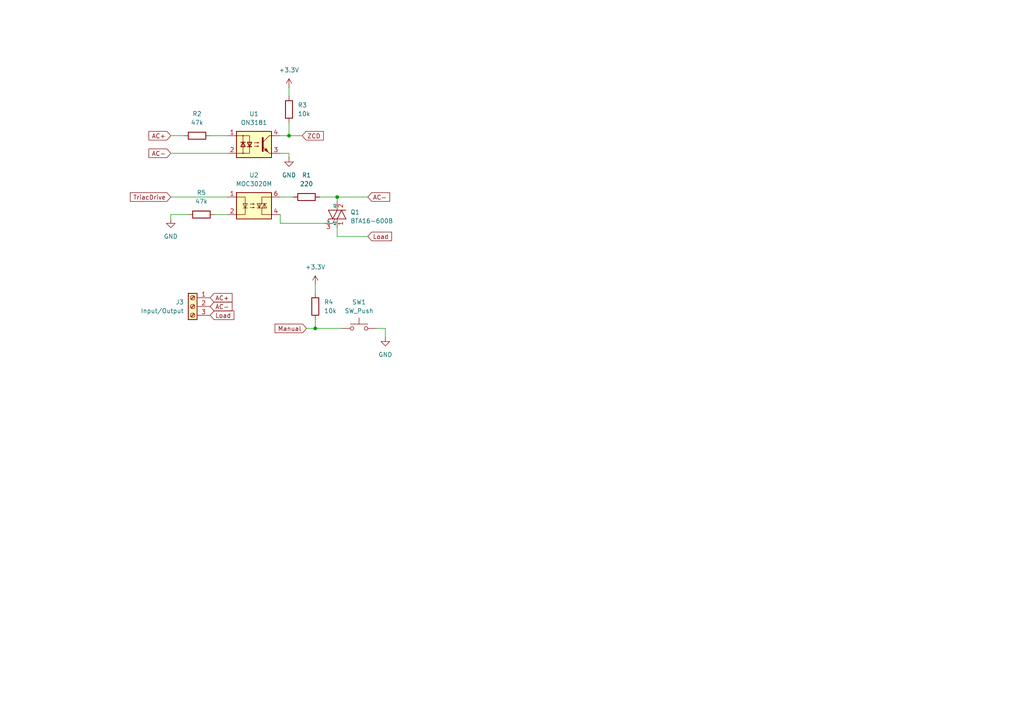
<source format=kicad_sch>
(kicad_sch (version 20250114) (generator "eeschema") (generator_version "9.0")
  (paper "A4")
  (lib_symbols
    (symbol "Connector:Screw_Terminal_01x03" (pin_names (offset 1.016) (hide yes))
      (property "Reference" "J" (at 0 5.08 0))
      (property "Value" "Screw_Terminal_01x03" (at 0 -5.08 0))
      (symbol "Screw_Terminal_01x03_1_1"
        (rectangle (start -1.27 3.81) (end 1.27 -3.81) (stroke (width 0.254)) (fill (type background)))
        (polyline (pts (xy -0.5334 2.8702) (xy 0.3302 2.032)) (stroke (width 0.1524)))
        (polyline (pts (xy -0.5334 0.3302) (xy 0.3302 -0.508)) (stroke (width 0.1524)))
        (polyline (pts (xy -0.5334 -2.2098) (xy 0.3302 -3.048)) (stroke (width 0.1524)))
        (polyline (pts (xy -0.3556 3.048) (xy 0.508 2.2098)) (stroke (width 0.1524)))
        (polyline (pts (xy -0.3556 0.508) (xy 0.508 -0.3302)) (stroke (width 0.1524)))
        (polyline (pts (xy -0.3556 -2.032) (xy 0.508 -2.8702)) (stroke (width 0.1524)))
        (circle (center 0 2.54) (radius 0.635) (stroke (width 0.1524)))
        (circle (center 0 0) (radius 0.635) (stroke (width 0.1524)))
        (circle (center 0 -2.54) (radius 0.635) (stroke (width 0.1524)))
        (pin passive line (at -5.08 2.54 0) (length 3.81) (name "Pin_1") (number "1"))
        (pin passive line (at -5.08 0 0) (length 3.81) (name "Pin_2") (number "2"))
        (pin passive line (at -5.08 -2.54 0) (length 3.81) (name "Pin_3") (number "3"))
      )
    )
    (symbol "Device:R" (pin_numbers (hide yes)) (pin_names (offset 0))
      (property "Reference" "R" (at 2.032 0 90))
      (property "Value" "R" (at 0 0 90))
      (symbol "R_0_1"
        (rectangle (start -1.016 -2.54) (end 1.016 2.54) (stroke (width 0.254)))
      )
      (symbol "R_1_1"
        (pin passive line (at 0 3.81 270) (length 1.27) (name "~") (number "1"))
        (pin passive line (at 0 -3.81 90) (length 1.27) (name "~") (number "2"))
      )
    )
    (symbol "Isolator:ACPL-214-500E" (pin_names (offset 1.016))
      (property "Reference" "U" (at -5.08 5.08 0))
      (property "Value" "ACPL-214-500E" (at 0 5.08 0))
      (symbol "ACPL-214-500E_0_1"
        (rectangle (start -5.08 3.81) (end 5.08 -3.81) (stroke (width 0.254)) (fill (type background)))
        (polyline (pts (xy -5.08 2.54) (xy -1.27 2.54) (xy -1.27 -0.635)))
        (polyline (pts (xy -3.81 0.635) (xy -2.54 0.635)) (stroke (width 0.254)))
        (circle (center -3.175 2.54) (radius 0.127))
        (polyline (pts (xy -3.175 0.635) (xy -3.81 -0.635) (xy -2.54 -0.635) (xy -3.175 0.635)) (stroke (width 0.254)))
        (polyline (pts (xy -3.175 -0.635) (xy -3.175 2.54)))
        (polyline (pts (xy -3.175 -0.635) (xy -3.175 -2.54)))
        (circle (center -3.175 -2.54) (radius 0.127))
        (polyline (pts (xy -1.905 -0.635) (xy -0.635 -0.635)) (stroke (width 0.254)))
        (polyline (pts (xy -1.27 -0.635) (xy -1.27 -2.54) (xy -5.08 -2.54)))
        (polyline (pts (xy -1.27 -0.635) (xy -1.905 0.635) (xy -0.635 0.635) (xy -1.27 -0.635)) (stroke (width 0.254)))
        (polyline (pts (xy 0.127 0.508) (xy 1.397 0.508) (xy 1.016 0.381) (xy 1.016 0.635) (xy 1.397 0.508)))
        (polyline (pts (xy 0.127 -0.508) (xy 1.397 -0.508) (xy 1.016 -0.635) (xy 1.016 -0.381) (xy 1.397 -0.508)))
        (polyline (pts (xy 2.54 1.905) (xy 2.54 -1.905)) (stroke (width 0.508)))
        (polyline (pts (xy 2.54 0.635) (xy 4.445 2.54)))
        (polyline (pts (xy 3.048 -1.651) (xy 3.556 -1.143) (xy 4.064 -2.159) (xy 3.048 -1.651)) (fill (type outline)))
        (polyline (pts (xy 4.445 2.54) (xy 5.08 2.54)))
        (polyline (pts (xy 4.445 -2.54) (xy 2.54 -0.635)) (fill (type outline)))
        (polyline (pts (xy 4.445 -2.54) (xy 5.08 -2.54)))
      )
      (symbol "ACPL-214-500E_1_1"
        (pin passive line (at -7.62 2.54 0) (length 2.54) (name "~") (number "1"))
        (pin passive line (at -7.62 -2.54 0) (length 2.54) (name "~") (number "2"))
        (pin passive line (at 7.62 2.54 180) (length 2.54) (name "~") (number "4"))
        (pin passive line (at 7.62 -2.54 180) (length 2.54) (name "~") (number "3"))
      )
    )
    (symbol "Relay_SolidState:MOC3020M"
      (property "Reference" "U" (at -5.334 4.826 0))
      (property "Value" "MOC3020M" (at 0 5.08 0))
      (symbol "MOC3020M_0_1"
        (rectangle (start -5.08 3.81) (end 5.08 -3.81) (stroke (width 0.254)) (fill (type background)))
        (polyline (pts (xy -5.08 2.54) (xy -2.54 2.54) (xy -2.54 -2.54) (xy -5.08 -2.54)))
        (polyline (pts (xy -3.175 -0.635) (xy -1.905 -0.635)))
        (polyline (pts (xy -2.54 -0.635) (xy -3.175 0.635) (xy -1.905 0.635) (xy -2.54 -0.635)))
        (polyline (pts (xy -1.143 0.508) (xy 0.127 0.508) (xy -0.254 0.381) (xy -0.254 0.635) (xy 0.127 0.508)))
        (polyline (pts (xy -1.143 -0.508) (xy 0.127 -0.508) (xy -0.254 -0.635) (xy -0.254 -0.381) (xy 0.127 -0.508)))
        (polyline (pts (xy 0.889 -0.635) (xy 3.683 -0.635) (xy 3.048 0.635) (xy 2.413 -0.635)))
        (polyline (pts (xy 1.524 -0.635) (xy 1.524 0.635)))
        (polyline (pts (xy 2.286 0.635) (xy 2.286 2.54) (xy 5.08 2.54)))
        (polyline (pts (xy 2.286 -0.635) (xy 2.286 -2.54) (xy 5.08 -2.54)))
        (polyline (pts (xy 3.048 0.635) (xy 3.048 -0.635)))
        (polyline (pts (xy 3.683 0.635) (xy 0.889 0.635) (xy 1.524 -0.635) (xy 2.159 0.635)))
      )
      (symbol "MOC3020M_1_1"
        (pin passive line (at -7.62 2.54 0) (length 2.54) (name "~") (number "1"))
        (pin passive line (at -7.62 -2.54 0) (length 2.54) (name "~") (number "2"))
        (pin no_connect line (at -5.08 0 0) (length 2.54) (hide yes) (name "NC") (number "3"))
        (pin no_connect line (at 5.08 0 180) (length 2.54) (hide yes) (name "NC") (number "5"))
        (pin passive line (at 7.62 2.54 180) (length 2.54) (name "~") (number "6"))
        (pin passive line (at 7.62 -2.54 180) (length 2.54) (name "~") (number "4"))
      )
    )
    (symbol "Switch:SW_Push" (pin_numbers (hide yes)) (pin_names (offset 1.016) (hide yes))
      (property "Reference" "SW" (at 1.27 2.54 0))
      (property "Value" "SW_Push" (at 0 -1.524 0))
      (symbol "SW_Push_0_1"
        (circle (center -2.032 0) (radius 0.508))
        (polyline (pts (xy 0 1.27) (xy 0 3.048)))
        (circle (center 2.032 0) (radius 0.508))
        (polyline (pts (xy 2.54 1.27) (xy -2.54 1.27)))
        (pin passive line (at -5.08 0 0) (length 2.54) (name "1") (number "1"))
        (pin passive line (at 5.08 0 180) (length 2.54) (name "2") (number "2"))
      )
    )
    (symbol "Triac_Thyristor:BTA16-600B" (pin_names (offset 0))
      (property "Reference" "Q" (at 5.08 1.905 0))
      (property "Value" "BTA16-600B" (at 5.08 0 0))
      (symbol "BTA16-600B_0_1"
        (polyline (pts (xy -2.54 1.27) (xy 2.54 1.27)) (stroke (width 0.2032)))
        (polyline (pts (xy -2.54 1.27) (xy -1.27 -1.27) (xy 0 1.27)) (stroke (width 0.2032)))
        (polyline (pts (xy -2.54 -1.27) (xy 2.54 -1.27)) (stroke (width 0.2032)))
        (polyline (pts (xy -1.27 -2.54) (xy -0.635 -1.27)))
        (polyline (pts (xy 0 -1.27) (xy 1.27 1.27) (xy 2.54 -1.27)) (stroke (width 0.2032)))
      )
      (symbol "BTA16-600B_1_1"
        (pin input line (at -3.81 -2.54 0) (length 2.54) (name "G") (number "3"))
        (pin passive line (at 0 3.81 270) (length 2.54) (name "A2") (number "2"))
        (pin passive line (at 0 -3.81 90) (length 2.54) (name "A1") (number "1"))
      )
    )
    (symbol "power:+3.3V" (power) (pin_numbers (hide yes)) (pin_names (offset 0) (hide yes))
      (property "Value" "+3.3V" (at 0 3.556 0))
      (symbol "+3.3V_0_1"
        (polyline (pts (xy -0.762 1.27) (xy 0 2.54)))
        (polyline (pts (xy 0 2.54) (xy 0.762 1.27)))
        (polyline (pts (xy 0 0) (xy 0 2.54)))
      )
      (symbol "+3.3V_1_1"
        (pin power_in line (at 0 0 90) (length 0) (name "~") (number "1"))
      )
    )
    (symbol "power:GND" (power) (pin_numbers (hide yes)) (pin_names (offset 0) (hide yes))
      (property "Value" "GND" (at 0 -3.81 0))
      (symbol "GND_0_1"
        (polyline (pts (xy 0 0) (xy 0 -1.27) (xy 1.27 -1.27) (xy 0 -2.54) (xy -1.27 -1.27) (xy 0 -1.27)))
      )
      (symbol "GND_1_1"
        (pin power_in line (at 0 0 270) (length 0) (name "~") (number "1"))
      )
    )
  )
  (junction (at 91.44 95.25))
  (junction (at 83.82 39.37))
  (junction (at 97.79 57.15))
  (wire (pts (xy 49.53 62.23) (xy 54.61 62.23)))
  (wire (pts (xy 83.82 39.37) (xy 87.63 39.37)))
  (wire (pts (xy 81.28 57.15) (xy 85.09 57.15)))
  (wire (pts (xy 92.71 57.15) (xy 97.79 57.15)))
  (wire (pts (xy 106.68 68.58) (xy 97.79 68.58)))
  (wire (pts (xy 109.22 95.25) (xy 111.76 95.25)))
  (wire (pts (xy 97.79 68.58) (xy 97.79 66.04)))
  (wire (pts (xy 81.28 64.77) (xy 81.28 62.23)))
  (wire (pts (xy 62.23 62.23) (xy 66.04 62.23)))
  (wire (pts (xy 81.28 64.77) (xy 93.98 64.77)))
  (wire (pts (xy 91.44 82.55) (xy 91.44 85.09)))
  (wire (pts (xy 49.53 62.23) (xy 49.53 63.5)))
  (wire (pts (xy 97.79 57.15) (xy 97.79 58.42)))
  (wire (pts (xy 83.82 25.4) (xy 83.82 27.94)))
  (wire (pts (xy 83.82 39.37) (xy 81.28 39.37)))
  (wire (pts (xy 111.76 95.25) (xy 111.76 97.79)))
  (wire (pts (xy 81.28 44.45) (xy 83.82 44.45)))
  (wire (pts (xy 49.53 39.37) (xy 53.34 39.37)))
  (wire (pts (xy 83.82 44.45) (xy 83.82 45.72)))
  (wire (pts (xy 83.82 35.56) (xy 83.82 39.37)))
  (wire (pts (xy 91.44 95.25) (xy 99.06 95.25)))
  (wire (pts (xy 49.53 57.15) (xy 66.04 57.15)))
  (wire (pts (xy 60.96 39.37) (xy 66.04 39.37)))
  (wire (pts (xy 91.44 92.71) (xy 91.44 95.25)))
  (wire (pts (xy 97.79 57.15) (xy 106.68 57.15)))
  (wire (pts (xy 49.53 44.45) (xy 66.04 44.45)))
  (wire (pts (xy 88.9 95.25) (xy 91.44 95.25)))
  (global_label "AC+" (shape input) (at 49.53 39.37 180) (property "Intersheetrefs" "${INTERSHEET_REFS}" (effects (hide yes))))
  (global_label "AC-" (shape input) (at 49.53 44.45 180) (property "Intersheetrefs" "${INTERSHEET_REFS}" (effects (hide yes))))
  (global_label "Load" (shape input) (at 60.96 91.44 0) (property "Intersheetrefs" "${INTERSHEET_REFS}" (effects (hide yes))))
  (global_label "Manual" (shape input) (at 88.9 95.25 180) (property "Intersheetrefs" "${INTERSHEET_REFS}" (effects (hide yes))))
  (global_label "Load" (shape input) (at 106.68 68.58 0) (property "Intersheetrefs" "${INTERSHEET_REFS}" (effects (hide yes))))
  (global_label "AC+" (shape input) (at 60.96 86.36 0) (property "Intersheetrefs" "${INTERSHEET_REFS}" (effects (hide yes))))
  (global_label "TriacDrive" (shape input) (at 49.53 57.15 180) (property "Intersheetrefs" "${INTERSHEET_REFS}" (effects (hide yes))))
  (global_label "AC-" (shape input) (at 60.96 88.9 0) (property "Intersheetrefs" "${INTERSHEET_REFS}" (effects (hide yes))))
  (global_label "ZCD" (shape input) (at 87.63 39.37 0) (property "Intersheetrefs" "${INTERSHEET_REFS}" (effects (hide yes))))
  (global_label "AC-" (shape input) (at 106.68 57.15 0) (property "Intersheetrefs" "${INTERSHEET_REFS}" (effects (hide yes))))
  (symbol (lib_id "Device:R") (at 57.15 39.37 90) (unit 1)
    (property "Reference" "R2" (at 57.15 33.02 90))
    (property "Value" "47k" (at 57.15 35.56 90))
    (property "Description" "Resistor" (effects (hide yes)))
  )
  (symbol (lib_id "Triac_Thyristor:BTA16-600B") (at 97.79 62.23 0) (unit 1)
    (property "Reference" "Q1" (at 101.6 61.5441 0) (effects (justify left)))
    (property "Value" "BTA16-600B" (at 101.6 64.0841 0) (effects (justify left)))
    (property "Footprint" "Package_TO_SOT_THT:TO-220-3_Vertical" (effects (hide yes)))
    (property "Datasheet" "https://www.st.com/resource/en/datasheet/bta16.pdf" (effects (hide yes)))
    (property "Description" "16A RMS, 600V Off-State Voltage, 50mA Sensitivity, Insulated, Triac, TO-220" (effects (hide yes)))
  )
  (symbol (lib_id "power:+3.3V") (at 91.44 82.55 0) (unit 1)
    (property "Reference" "#PWR04" (effects (hide yes)))
    (property "Value" "+3.3V" (at 91.44 77.47 0))
    (property "Description" "Power symbol creates a global label with name \"+3.3V\"" (effects (hide yes)))
  )
  (symbol (lib_id "Connector:Screw_Terminal_01x03") (at 55.88 88.9 0) (mirror y) (unit 1)
    (property "Reference" "J3" (at 53.34 87.6299 0) (effects (justify left)))
    (property "Value" "Input/Output" (at 53.34 90.1699 0) (effects (justify left)))
    (property "Description" "Generic screw terminal, single row, 01x03, script generated (kicad-library-utils/schlib/autogen/connector/)" (effects (hide yes)))
  )
  (symbol (lib_id "Isolator:ACPL-214-500E") (at 73.66 41.91 0) (unit 1)
    (property "Reference" "U1" (at 73.66 33.02 0))
    (property "Value" "ON3181" (at 73.66 35.56 0))
    (property "Footprint" "Package_SO:SOP-4_4.4x2.6mm_P1.27mm" (effects (hide yes)))
    (property "Datasheet" "https://docs.broadcom.com/doc/AV02-0469EN" (effects (hide yes)))
    (property "Description" "AC/DC Phototransistor Optocoupler, Vce 80V, CTR 20-400%, SOP-4" (effects (hide yes)))
  )
  (symbol (lib_id "Switch:SW_Push") (at 104.14 95.25 0) (unit 1)
    (property "Reference" "SW1" (at 104.14 87.63 0))
    (property "Value" "SW_Push" (at 104.14 90.17 0))
    (property "Description" "Push button switch, generic, two pins" (effects (hide yes)))
  )
  (symbol (lib_id "Device:R") (at 83.82 31.75 0) (unit 1)
    (property "Reference" "R3" (at 86.36 30.4799 0) (effects (justify left)))
    (property "Value" "10k" (at 86.36 33.0199 0) (effects (justify left)))
    (property "Description" "Resistor" (effects (hide yes)))
  )
  (symbol (lib_id "Relay_SolidState:MOC3020M") (at 73.66 59.69 0) (unit 1)
    (property "Reference" "U2" (at 73.66 50.8 0))
    (property "Value" "MOC3020M" (at 73.66 53.34 0))
    (property "Datasheet" "https://www.onsemi.com/pub/Collateral/MOC3023M-D.PDF" (effects (hide yes)))
    (property "Description" "Random Phase Opto-Triac, Vdrm 400V, Ift 30mA, DIP6" (effects (hide yes)))
  )
  (symbol (lib_id "power:+3.3V") (at 83.82 25.4 0) (unit 1)
    (property "Reference" "#PWR02" (effects (hide yes)))
    (property "Value" "+3.3V" (at 83.82 20.32 0))
    (property "Description" "Power symbol creates a global label with name \"+3.3V\"" (effects (hide yes)))
  )
  (symbol (lib_id "Device:R") (at 91.44 88.9 0) (unit 1)
    (property "Reference" "R4" (at 93.98 87.6299 0) (effects (justify left)))
    (property "Value" "10k" (at 93.98 90.1699 0) (effects (justify left)))
    (property "Description" "Resistor" (effects (hide yes)))
  )
  (symbol (lib_id "power:GND") (at 83.82 45.72 0) (unit 1)
    (property "Reference" "#PWR01" (effects (hide yes)))
    (property "Value" "GND" (at 83.82 50.8 0))
    (property "Description" "Power symbol creates a global label with name \"GND\" , ground" (effects (hide yes)))
  )
  (symbol (lib_id "power:GND") (at 49.53 63.5 0) (unit 1)
    (property "Reference" "#PWR05" (effects (hide yes)))
    (property "Value" "GND" (at 49.53 68.58 0))
    (property "Description" "Power symbol creates a global label with name \"GND\" , ground" (effects (hide yes)))
  )
  (symbol (lib_id "Device:R") (at 88.9 57.15 90) (unit 1)
    (property "Reference" "R1" (at 88.9 50.8 90))
    (property "Value" "220" (at 88.9 53.34 90))
    (property "Description" "Resistor" (effects (hide yes)))
  )
  (symbol (lib_id "Device:R") (at 58.42 62.23 90) (unit 1)
    (property "Reference" "R5" (at 58.42 55.88 90))
    (property "Value" "47k" (at 58.42 58.42 90))
    (property "Description" "Resistor" (effects (hide yes)))
  )
  (symbol (lib_id "power:GND") (at 111.76 97.79 0) (unit 1)
    (property "Reference" "#PWR03" (effects (hide yes)))
    (property "Value" "GND" (at 111.76 102.87 0))
    (property "Description" "Power symbol creates a global label with name \"GND\" , ground" (effects (hide yes)))
  )
)
</source>
